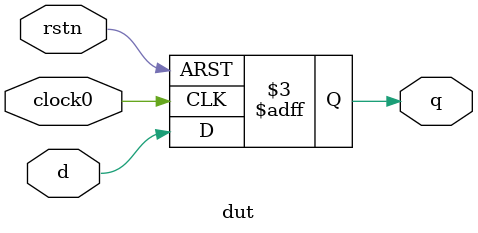
<source format=v>
`timescale 1ns / 1ps

module dut  (input d,
              input rstn,
              input clock0,
              output reg q);
 
  always @ (posedge clock0 or negedge rstn) 
      begin
       if (!rstn)
          q <= 0;
       else
          q <= d;
      end    
endmodule
 

</source>
